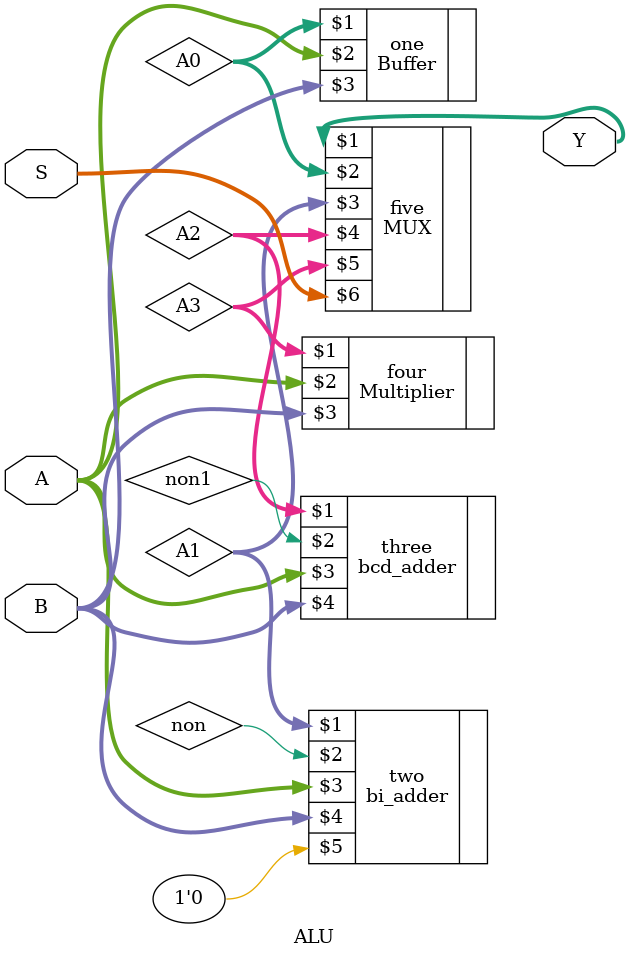
<source format=v>
`timescale 1ns / 1ps
module ALU(A, B, S, Y);
output [7:0] Y;
input [3:0] A, B;
input [1:0] S;
wire [7:0] A0, A1, A2, A3;
wire non, non1;

Buffer one(A0, A, B);
bi_adder two(A1, non, A, B, 1'b0);
bcd_adder three(A2, non1, A, B);
Multiplier four(A3, A, B);
	
MUX five(Y, A0, A1, A2, A3, S);

 
endmodule

</source>
